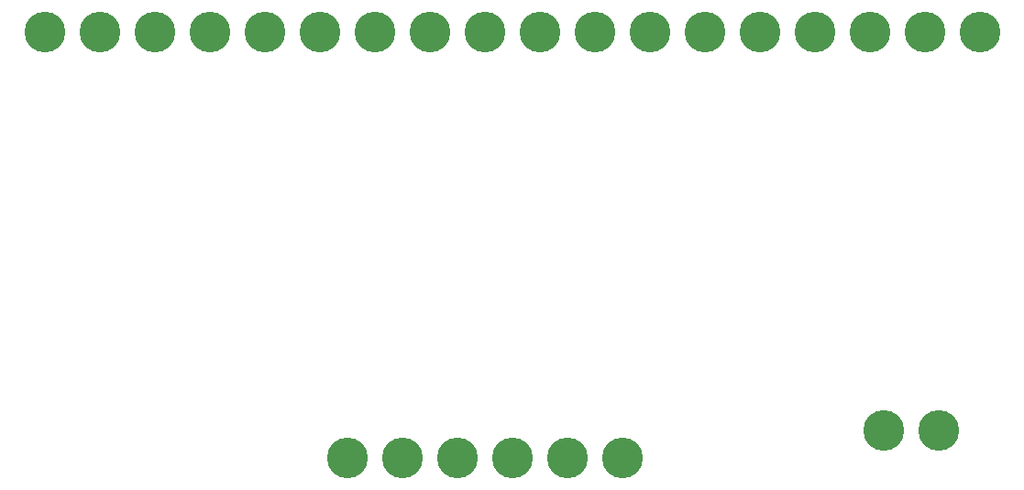
<source format=gts>
G75*
%MOIN*%
%OFA0B0*%
%FSLAX25Y25*%
%IPPOS*%
%LPD*%
%AMOC8*
5,1,8,0,0,1.08239X$1,22.5*
%
%ADD10C,0.14800*%
D10*
X0123000Y0091800D03*
X0143000Y0091800D03*
X0163000Y0091800D03*
X0183000Y0091800D03*
X0203000Y0091800D03*
X0223000Y0091800D03*
X0318000Y0101800D03*
X0338000Y0101800D03*
X0333000Y0246800D03*
X0353000Y0246800D03*
X0313000Y0246800D03*
X0293000Y0246800D03*
X0273000Y0246800D03*
X0253000Y0246800D03*
X0233000Y0246800D03*
X0213000Y0246800D03*
X0193000Y0246800D03*
X0173000Y0246800D03*
X0153000Y0246800D03*
X0133000Y0246800D03*
X0113000Y0246800D03*
X0093000Y0246800D03*
X0073000Y0246800D03*
X0053000Y0246800D03*
X0033000Y0246800D03*
X0013000Y0246800D03*
M02*

</source>
